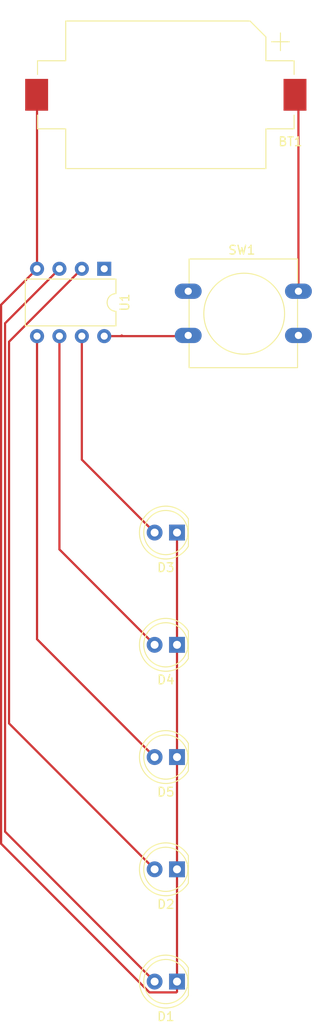
<source format=kicad_pcb>
(kicad_pcb (version 20171130) (host pcbnew "(5.0.2)-1")

  (general
    (thickness 1.6)
    (drawings 0)
    (tracks 28)
    (zones 0)
    (modules 8)
    (nets 10)
  )

  (page A4)
  (layers
    (0 F.Cu signal)
    (31 B.Cu signal)
    (32 B.Adhes user)
    (33 F.Adhes user)
    (34 B.Paste user)
    (35 F.Paste user)
    (36 B.SilkS user)
    (37 F.SilkS user)
    (38 B.Mask user)
    (39 F.Mask user)
    (40 Dwgs.User user)
    (41 Cmts.User user)
    (42 Eco1.User user)
    (43 Eco2.User user)
    (44 Edge.Cuts user)
    (45 Margin user)
    (46 B.CrtYd user)
    (47 F.CrtYd user)
    (48 B.Fab user)
    (49 F.Fab user)
  )

  (setup
    (last_trace_width 0.25)
    (trace_clearance 0.2)
    (zone_clearance 0.508)
    (zone_45_only no)
    (trace_min 0.2)
    (segment_width 0.2)
    (edge_width 0.15)
    (via_size 0.8)
    (via_drill 0.4)
    (via_min_size 0.4)
    (via_min_drill 0.3)
    (uvia_size 0.3)
    (uvia_drill 0.1)
    (uvias_allowed no)
    (uvia_min_size 0.2)
    (uvia_min_drill 0.1)
    (pcb_text_width 0.3)
    (pcb_text_size 1.5 1.5)
    (mod_edge_width 0.15)
    (mod_text_size 1 1)
    (mod_text_width 0.15)
    (pad_size 1.524 1.524)
    (pad_drill 0.762)
    (pad_to_mask_clearance 0.051)
    (solder_mask_min_width 0.25)
    (aux_axis_origin 0 0)
    (visible_elements FFFFFF7F)
    (pcbplotparams
      (layerselection 0x010fc_ffffffff)
      (usegerberextensions false)
      (usegerberattributes false)
      (usegerberadvancedattributes false)
      (creategerberjobfile false)
      (excludeedgelayer true)
      (linewidth 0.100000)
      (plotframeref false)
      (viasonmask false)
      (mode 1)
      (useauxorigin false)
      (hpglpennumber 1)
      (hpglpenspeed 20)
      (hpglpendiameter 15.000000)
      (psnegative false)
      (psa4output false)
      (plotreference true)
      (plotvalue true)
      (plotinvisibletext false)
      (padsonsilk false)
      (subtractmaskfromsilk false)
      (outputformat 1)
      (mirror false)
      (drillshape 1)
      (scaleselection 1)
      (outputdirectory ""))
  )

  (net 0 "")
  (net 1 "Net-(U1-Pad1)")
  (net 2 "Net-(D5-Pad2)")
  (net 3 "Net-(D2-Pad2)")
  (net 4 "Net-(D4-Pad2)")
  (net 5 "Net-(D1-Pad2)")
  (net 6 "Net-(D3-Pad2)")
  (net 7 GND)
  (net 8 "Net-(SW1-Pad2)")
  (net 9 "Net-(BT1-Pad1)")

  (net_class Default "This is the default net class."
    (clearance 0.2)
    (trace_width 0.25)
    (via_dia 0.8)
    (via_drill 0.4)
    (uvia_dia 0.3)
    (uvia_drill 0.1)
    (add_net GND)
    (add_net "Net-(BT1-Pad1)")
    (add_net "Net-(D1-Pad2)")
    (add_net "Net-(D2-Pad2)")
    (add_net "Net-(D3-Pad2)")
    (add_net "Net-(D4-Pad2)")
    (add_net "Net-(D5-Pad2)")
    (add_net "Net-(SW1-Pad2)")
    (add_net "Net-(U1-Pad1)")
  )

  (module Battery:BatteryHolder_Keystone_1060_1x2032 (layer F.Cu) (tedit 5B98EF5E) (tstamp 5C788583)
    (at 167.005 62.23 180)
    (descr http://www.keyelco.com/product-pdf.cfm?p=726)
    (tags "CR2032 BR2032 BatteryHolder Battery")
    (path /5C6C060B)
    (attr smd)
    (fp_text reference BT1 (at -14.125 -5.3 180) (layer F.SilkS)
      (effects (font (size 1 1) (thickness 0.15)))
    )
    (fp_text value 3.3 (at 0 -11.75 180) (layer F.Fab)
      (effects (font (size 1 1) (thickness 0.15)))
    )
    (fp_circle (center 0 0) (end -10.2 0) (layer Dwgs.User) (width 0.3))
    (fp_line (start 11 8) (end -9.4 8) (layer F.Fab) (width 0.1))
    (fp_line (start 11 -8) (end -11 -8) (layer F.Fab) (width 0.1))
    (fp_line (start 11 8) (end 11 3.5) (layer F.Fab) (width 0.1))
    (fp_line (start 11 -8) (end 11 -3.5) (layer F.Fab) (width 0.1))
    (fp_line (start -11 -8) (end -11 -3.5) (layer F.Fab) (width 0.1))
    (fp_line (start -11 6.4) (end -11 3.5) (layer F.Fab) (width 0.1))
    (fp_line (start -11 3.5) (end -14.2 3.5) (layer F.Fab) (width 0.1))
    (fp_line (start -14.2 3.5) (end -14.2 -3.5) (layer F.Fab) (width 0.1))
    (fp_line (start -14.2 -3.5) (end -11 -3.5) (layer F.Fab) (width 0.1))
    (fp_line (start 11 3.5) (end 14.2 3.5) (layer F.Fab) (width 0.1))
    (fp_line (start 14.2 3.5) (end 14.2 -3.5) (layer F.Fab) (width 0.1))
    (fp_line (start 14.2 -3.5) (end 11 -3.5) (layer F.Fab) (width 0.1))
    (fp_line (start -9.4 8) (end -11 6.4) (layer F.Fab) (width 0.1))
    (fp_line (start 11.35 3.85) (end 14.55 3.85) (layer F.SilkS) (width 0.12))
    (fp_line (start 14.55 3.85) (end 14.55 2.3) (layer F.SilkS) (width 0.12))
    (fp_line (start 11.35 8.35) (end 11.35 3.85) (layer F.SilkS) (width 0.12))
    (fp_line (start 11.35 8.35) (end -9.55 8.35) (layer F.SilkS) (width 0.12))
    (fp_line (start -11.35 6.55) (end -11.35 3.85) (layer F.SilkS) (width 0.12))
    (fp_line (start -9.55 8.35) (end -11.35 6.55) (layer F.SilkS) (width 0.12))
    (fp_line (start -11.35 3.85) (end -14.55 3.85) (layer F.SilkS) (width 0.12))
    (fp_line (start -14.55 3.85) (end -14.55 2.3) (layer F.SilkS) (width 0.12))
    (fp_line (start -11.35 -3.85) (end -14.55 -3.85) (layer F.SilkS) (width 0.12))
    (fp_line (start -14.55 -3.85) (end -14.55 -2.3) (layer F.SilkS) (width 0.12))
    (fp_line (start 11.35 -3.85) (end 14.55 -3.85) (layer F.SilkS) (width 0.12))
    (fp_line (start 14.55 -3.85) (end 14.55 -2.3) (layer F.SilkS) (width 0.12))
    (fp_line (start -11.35 -8.35) (end 11.35 -8.35) (layer F.SilkS) (width 0.12))
    (fp_line (start -11.35 -8.35) (end -11.35 -3.85) (layer F.SilkS) (width 0.12))
    (fp_line (start 11.35 -8.35) (end 11.35 -3.85) (layer F.SilkS) (width 0.12))
    (fp_arc (start 0 0) (end -6.5 8.5) (angle -74.81070976) (layer F.CrtYd) (width 0.05))
    (fp_line (start 11.5 8.5) (end 6.5 8.5) (layer F.CrtYd) (width 0.05))
    (fp_line (start -6.5 8.5) (end -11.5 8.5) (layer F.CrtYd) (width 0.05))
    (fp_line (start -11.5 4) (end -11.5 8.5) (layer F.CrtYd) (width 0.05))
    (fp_line (start -14.7 4) (end -11.5 4) (layer F.CrtYd) (width 0.05))
    (fp_line (start -14.7 4) (end -14.7 2.3) (layer F.CrtYd) (width 0.05))
    (fp_line (start -14.7 2.3) (end -16.45 2.3) (layer F.CrtYd) (width 0.05))
    (fp_line (start -16.45 2.3) (end -16.45 -2.3) (layer F.CrtYd) (width 0.05))
    (fp_line (start -14.7 -2.3) (end -16.45 -2.3) (layer F.CrtYd) (width 0.05))
    (fp_line (start -14.7 -2.3) (end -14.7 -4) (layer F.CrtYd) (width 0.05))
    (fp_line (start -14.7 -4) (end -11.5 -4) (layer F.CrtYd) (width 0.05))
    (fp_line (start -11.5 -4) (end -11.5 -8.5) (layer F.CrtYd) (width 0.05))
    (fp_line (start -11.5 -8.5) (end -6.5 -8.5) (layer F.CrtYd) (width 0.05))
    (fp_line (start 11.5 -8.5) (end 11.5 -4) (layer F.CrtYd) (width 0.05))
    (fp_line (start 11.5 -4) (end 14.7 -4) (layer F.CrtYd) (width 0.05))
    (fp_line (start 14.7 -4) (end 14.7 -2.3) (layer F.CrtYd) (width 0.05))
    (fp_line (start 14.7 -2.3) (end 16.45 -2.3) (layer F.CrtYd) (width 0.05))
    (fp_line (start 16.45 -2.3) (end 16.45 2.3) (layer F.CrtYd) (width 0.05))
    (fp_line (start 16.45 2.3) (end 14.7 2.3) (layer F.CrtYd) (width 0.05))
    (fp_line (start 14.7 2.3) (end 14.7 4) (layer F.CrtYd) (width 0.05))
    (fp_line (start 14.7 4) (end 11.5 4) (layer F.CrtYd) (width 0.05))
    (fp_line (start 11.5 4) (end 11.5 8.5) (layer F.CrtYd) (width 0.05))
    (fp_arc (start 0 0) (end 6.5 -8.5) (angle -74.81070976) (layer F.CrtYd) (width 0.05))
    (fp_line (start 11.5 -8.5) (end 6.5 -8.5) (layer F.CrtYd) (width 0.05))
    (fp_text user %R (at 0 0 180) (layer F.Fab)
      (effects (font (size 1 1) (thickness 0.15)))
    )
    (fp_line (start -13 5) (end -13 7) (layer F.SilkS) (width 0.12))
    (fp_line (start -12 6) (end -14 6) (layer F.SilkS) (width 0.12))
    (pad 2 smd rect (at 14.65 0) (size 2.6 3.6) (layers F.Cu F.Paste F.Mask)
      (net 7 GND))
    (pad 1 smd rect (at -14.65 0) (size 2.6 3.6) (layers F.Cu F.Paste F.Mask)
      (net 9 "Net-(BT1-Pad1)"))
    (model ${KISYS3DMOD}/Battery.3dshapes/BatteryHolder_Keystone_1060_1x2032.wrl
      (at (xyz 0 0 0))
      (scale (xyz 1 1 1))
      (rotate (xyz 0 0 0))
    )
  )

  (module Button_Switch_THT:SW_PUSH-12mm (layer F.Cu) (tedit 5A02FE31) (tstamp 5C788545)
    (at 169.545 84.455)
    (descr "SW PUSH 12mm https://www.e-switch.com/system/asset/product_line/data_sheet/143/TL1100.pdf")
    (tags "tact sw push 12mm")
    (path /5C6C4795)
    (fp_text reference SW1 (at 6.08 -4.66) (layer F.SilkS)
      (effects (font (size 1 1) (thickness 0.15)))
    )
    (fp_text value SW_Push (at 6.62 9.93) (layer F.Fab)
      (effects (font (size 1 1) (thickness 0.15)))
    )
    (fp_line (start 0.25 8.5) (end 12.25 8.5) (layer F.Fab) (width 0.1))
    (fp_line (start 0.25 -3.5) (end 12.25 -3.5) (layer F.Fab) (width 0.1))
    (fp_line (start 12.25 -3.5) (end 12.25 8.5) (layer F.Fab) (width 0.1))
    (fp_text user %R (at 6.35 2.54) (layer F.Fab)
      (effects (font (size 1 1) (thickness 0.15)))
    )
    (fp_line (start 0.1 -3.65) (end 12.4 -3.65) (layer F.SilkS) (width 0.12))
    (fp_line (start 12.4 0.93) (end 12.4 4.07) (layer F.SilkS) (width 0.12))
    (fp_line (start 12.4 8.65) (end 0.1 8.65) (layer F.SilkS) (width 0.12))
    (fp_line (start 0.1 -0.93) (end 0.1 -3.65) (layer F.SilkS) (width 0.12))
    (fp_line (start -1.77 -3.75) (end 14.25 -3.75) (layer F.CrtYd) (width 0.05))
    (fp_line (start -1.77 -3.75) (end -1.77 8.75) (layer F.CrtYd) (width 0.05))
    (fp_line (start 14.25 8.75) (end 14.25 -3.75) (layer F.CrtYd) (width 0.05))
    (fp_line (start 14.25 8.75) (end -1.77 8.75) (layer F.CrtYd) (width 0.05))
    (fp_circle (center 6.35 2.54) (end 10.16 5.08) (layer F.SilkS) (width 0.12))
    (fp_line (start 0.25 -3.5) (end 0.25 8.5) (layer F.Fab) (width 0.1))
    (fp_line (start 0.1 8.65) (end 0.1 5.93) (layer F.SilkS) (width 0.12))
    (fp_line (start 0.1 4.07) (end 0.1 0.93) (layer F.SilkS) (width 0.12))
    (fp_line (start 12.4 5.93) (end 12.4 8.65) (layer F.SilkS) (width 0.12))
    (fp_line (start 12.4 -3.65) (end 12.4 -0.93) (layer F.SilkS) (width 0.12))
    (pad 1 thru_hole oval (at 12.5 0) (size 3.048 1.7272) (drill 0.8128) (layers *.Cu *.Mask)
      (net 9 "Net-(BT1-Pad1)"))
    (pad 2 thru_hole oval (at 12.5 5) (size 3.048 1.7272) (drill 0.8128) (layers *.Cu *.Mask)
      (net 8 "Net-(SW1-Pad2)"))
    (pad 1 thru_hole oval (at 0 0) (size 3.048 1.7272) (drill 0.8128) (layers *.Cu *.Mask)
      (net 9 "Net-(BT1-Pad1)"))
    (pad 2 thru_hole oval (at 0 5) (size 3.048 1.7272) (drill 0.8128) (layers *.Cu *.Mask)
      (net 8 "Net-(SW1-Pad2)"))
    (model ${KISYS3DMOD}/Button_Switch_THT.3dshapes/SW_PUSH-12mm.wrl
      (at (xyz 0 0 0))
      (scale (xyz 1 1 1))
      (rotate (xyz 0 0 0))
    )
  )

  (module LED_THT:LED_D5.0mm (layer F.Cu) (tedit 5995936A) (tstamp 5C78852B)
    (at 168.275 137.16 180)
    (descr "LED, diameter 5.0mm, 2 pins, http://cdn-reichelt.de/documents/datenblatt/A500/LL-504BC2E-009.pdf")
    (tags "LED diameter 5.0mm 2 pins")
    (path /5C6BF2E4)
    (fp_text reference D5 (at 1.27 -3.96 180) (layer F.SilkS)
      (effects (font (size 1 1) (thickness 0.15)))
    )
    (fp_text value LED (at 1.27 3.96 180) (layer F.Fab)
      (effects (font (size 1 1) (thickness 0.15)))
    )
    (fp_arc (start 1.27 0) (end -1.23 -1.469694) (angle 299.1) (layer F.Fab) (width 0.1))
    (fp_arc (start 1.27 0) (end -1.29 -1.54483) (angle 148.9) (layer F.SilkS) (width 0.12))
    (fp_arc (start 1.27 0) (end -1.29 1.54483) (angle -148.9) (layer F.SilkS) (width 0.12))
    (fp_circle (center 1.27 0) (end 3.77 0) (layer F.Fab) (width 0.1))
    (fp_circle (center 1.27 0) (end 3.77 0) (layer F.SilkS) (width 0.12))
    (fp_line (start -1.23 -1.469694) (end -1.23 1.469694) (layer F.Fab) (width 0.1))
    (fp_line (start -1.29 -1.545) (end -1.29 1.545) (layer F.SilkS) (width 0.12))
    (fp_line (start -1.95 -3.25) (end -1.95 3.25) (layer F.CrtYd) (width 0.05))
    (fp_line (start -1.95 3.25) (end 4.5 3.25) (layer F.CrtYd) (width 0.05))
    (fp_line (start 4.5 3.25) (end 4.5 -3.25) (layer F.CrtYd) (width 0.05))
    (fp_line (start 4.5 -3.25) (end -1.95 -3.25) (layer F.CrtYd) (width 0.05))
    (fp_text user %R (at 1.25 0 180) (layer F.Fab)
      (effects (font (size 0.8 0.8) (thickness 0.2)))
    )
    (pad 1 thru_hole rect (at 0 0 180) (size 1.8 1.8) (drill 0.9) (layers *.Cu *.Mask)
      (net 7 GND))
    (pad 2 thru_hole circle (at 2.54 0 180) (size 1.8 1.8) (drill 0.9) (layers *.Cu *.Mask)
      (net 2 "Net-(D5-Pad2)"))
    (model ${KISYS3DMOD}/LED_THT.3dshapes/LED_D5.0mm.wrl
      (at (xyz 0 0 0))
      (scale (xyz 1 1 1))
      (rotate (xyz 0 0 0))
    )
  )

  (module LED_THT:LED_D5.0mm (layer F.Cu) (tedit 5995936A) (tstamp 5C789177)
    (at 168.275 124.46 180)
    (descr "LED, diameter 5.0mm, 2 pins, http://cdn-reichelt.de/documents/datenblatt/A500/LL-504BC2E-009.pdf")
    (tags "LED diameter 5.0mm 2 pins")
    (path /5C6BF2C8)
    (fp_text reference D4 (at 1.27 -3.96 180) (layer F.SilkS)
      (effects (font (size 1 1) (thickness 0.15)))
    )
    (fp_text value LED (at 1.27 3.96 180) (layer F.Fab)
      (effects (font (size 1 1) (thickness 0.15)))
    )
    (fp_text user %R (at 1.25 0 180) (layer F.Fab)
      (effects (font (size 0.8 0.8) (thickness 0.2)))
    )
    (fp_line (start 4.5 -3.25) (end -1.95 -3.25) (layer F.CrtYd) (width 0.05))
    (fp_line (start 4.5 3.25) (end 4.5 -3.25) (layer F.CrtYd) (width 0.05))
    (fp_line (start -1.95 3.25) (end 4.5 3.25) (layer F.CrtYd) (width 0.05))
    (fp_line (start -1.95 -3.25) (end -1.95 3.25) (layer F.CrtYd) (width 0.05))
    (fp_line (start -1.29 -1.545) (end -1.29 1.545) (layer F.SilkS) (width 0.12))
    (fp_line (start -1.23 -1.469694) (end -1.23 1.469694) (layer F.Fab) (width 0.1))
    (fp_circle (center 1.27 0) (end 3.77 0) (layer F.SilkS) (width 0.12))
    (fp_circle (center 1.27 0) (end 3.77 0) (layer F.Fab) (width 0.1))
    (fp_arc (start 1.27 0) (end -1.29 1.54483) (angle -148.9) (layer F.SilkS) (width 0.12))
    (fp_arc (start 1.27 0) (end -1.29 -1.54483) (angle 148.9) (layer F.SilkS) (width 0.12))
    (fp_arc (start 1.27 0) (end -1.23 -1.469694) (angle 299.1) (layer F.Fab) (width 0.1))
    (pad 2 thru_hole circle (at 2.54 0 180) (size 1.8 1.8) (drill 0.9) (layers *.Cu *.Mask)
      (net 4 "Net-(D4-Pad2)"))
    (pad 1 thru_hole rect (at 0 0 180) (size 1.8 1.8) (drill 0.9) (layers *.Cu *.Mask)
      (net 7 GND))
    (model ${KISYS3DMOD}/LED_THT.3dshapes/LED_D5.0mm.wrl
      (at (xyz 0 0 0))
      (scale (xyz 1 1 1))
      (rotate (xyz 0 0 0))
    )
  )

  (module LED_THT:LED_D5.0mm (layer F.Cu) (tedit 5995936A) (tstamp 5C788507)
    (at 168.275 111.76 180)
    (descr "LED, diameter 5.0mm, 2 pins, http://cdn-reichelt.de/documents/datenblatt/A500/LL-504BC2E-009.pdf")
    (tags "LED diameter 5.0mm 2 pins")
    (path /5C6BF2AA)
    (fp_text reference D3 (at 1.27 -3.96 180) (layer F.SilkS)
      (effects (font (size 1 1) (thickness 0.15)))
    )
    (fp_text value LED (at 1.27 3.96 180) (layer F.Fab)
      (effects (font (size 1 1) (thickness 0.15)))
    )
    (fp_arc (start 1.27 0) (end -1.23 -1.469694) (angle 299.1) (layer F.Fab) (width 0.1))
    (fp_arc (start 1.27 0) (end -1.29 -1.54483) (angle 148.9) (layer F.SilkS) (width 0.12))
    (fp_arc (start 1.27 0) (end -1.29 1.54483) (angle -148.9) (layer F.SilkS) (width 0.12))
    (fp_circle (center 1.27 0) (end 3.77 0) (layer F.Fab) (width 0.1))
    (fp_circle (center 1.27 0) (end 3.77 0) (layer F.SilkS) (width 0.12))
    (fp_line (start -1.23 -1.469694) (end -1.23 1.469694) (layer F.Fab) (width 0.1))
    (fp_line (start -1.29 -1.545) (end -1.29 1.545) (layer F.SilkS) (width 0.12))
    (fp_line (start -1.95 -3.25) (end -1.95 3.25) (layer F.CrtYd) (width 0.05))
    (fp_line (start -1.95 3.25) (end 4.5 3.25) (layer F.CrtYd) (width 0.05))
    (fp_line (start 4.5 3.25) (end 4.5 -3.25) (layer F.CrtYd) (width 0.05))
    (fp_line (start 4.5 -3.25) (end -1.95 -3.25) (layer F.CrtYd) (width 0.05))
    (fp_text user %R (at 1.25 0 180) (layer F.Fab)
      (effects (font (size 0.8 0.8) (thickness 0.2)))
    )
    (pad 1 thru_hole rect (at 0 0 180) (size 1.8 1.8) (drill 0.9) (layers *.Cu *.Mask)
      (net 7 GND))
    (pad 2 thru_hole circle (at 2.54 0 180) (size 1.8 1.8) (drill 0.9) (layers *.Cu *.Mask)
      (net 6 "Net-(D3-Pad2)"))
    (model ${KISYS3DMOD}/LED_THT.3dshapes/LED_D5.0mm.wrl
      (at (xyz 0 0 0))
      (scale (xyz 1 1 1))
      (rotate (xyz 0 0 0))
    )
  )

  (module LED_THT:LED_D5.0mm (layer F.Cu) (tedit 5995936A) (tstamp 5C7884F5)
    (at 168.275 149.86 180)
    (descr "LED, diameter 5.0mm, 2 pins, http://cdn-reichelt.de/documents/datenblatt/A500/LL-504BC2E-009.pdf")
    (tags "LED diameter 5.0mm 2 pins")
    (path /5C6BF276)
    (fp_text reference D2 (at 1.27 -3.96 180) (layer F.SilkS)
      (effects (font (size 1 1) (thickness 0.15)))
    )
    (fp_text value LED (at 1.27 3.96 180) (layer F.Fab)
      (effects (font (size 1 1) (thickness 0.15)))
    )
    (fp_text user %R (at 1.25 0 180) (layer F.Fab)
      (effects (font (size 0.8 0.8) (thickness 0.2)))
    )
    (fp_line (start 4.5 -3.25) (end -1.95 -3.25) (layer F.CrtYd) (width 0.05))
    (fp_line (start 4.5 3.25) (end 4.5 -3.25) (layer F.CrtYd) (width 0.05))
    (fp_line (start -1.95 3.25) (end 4.5 3.25) (layer F.CrtYd) (width 0.05))
    (fp_line (start -1.95 -3.25) (end -1.95 3.25) (layer F.CrtYd) (width 0.05))
    (fp_line (start -1.29 -1.545) (end -1.29 1.545) (layer F.SilkS) (width 0.12))
    (fp_line (start -1.23 -1.469694) (end -1.23 1.469694) (layer F.Fab) (width 0.1))
    (fp_circle (center 1.27 0) (end 3.77 0) (layer F.SilkS) (width 0.12))
    (fp_circle (center 1.27 0) (end 3.77 0) (layer F.Fab) (width 0.1))
    (fp_arc (start 1.27 0) (end -1.29 1.54483) (angle -148.9) (layer F.SilkS) (width 0.12))
    (fp_arc (start 1.27 0) (end -1.29 -1.54483) (angle 148.9) (layer F.SilkS) (width 0.12))
    (fp_arc (start 1.27 0) (end -1.23 -1.469694) (angle 299.1) (layer F.Fab) (width 0.1))
    (pad 2 thru_hole circle (at 2.54 0 180) (size 1.8 1.8) (drill 0.9) (layers *.Cu *.Mask)
      (net 3 "Net-(D2-Pad2)"))
    (pad 1 thru_hole rect (at 0 0 180) (size 1.8 1.8) (drill 0.9) (layers *.Cu *.Mask)
      (net 7 GND))
    (model ${KISYS3DMOD}/LED_THT.3dshapes/LED_D5.0mm.wrl
      (at (xyz 0 0 0))
      (scale (xyz 1 1 1))
      (rotate (xyz 0 0 0))
    )
  )

  (module LED_THT:LED_D5.0mm (layer F.Cu) (tedit 5995936A) (tstamp 5C789237)
    (at 168.275 162.56 180)
    (descr "LED, diameter 5.0mm, 2 pins, http://cdn-reichelt.de/documents/datenblatt/A500/LL-504BC2E-009.pdf")
    (tags "LED diameter 5.0mm 2 pins")
    (path /5C6BF1E4)
    (fp_text reference D1 (at 1.27 -3.96 180) (layer F.SilkS)
      (effects (font (size 1 1) (thickness 0.15)))
    )
    (fp_text value LED (at 1.27 3.96 180) (layer F.Fab)
      (effects (font (size 1 1) (thickness 0.15)))
    )
    (fp_arc (start 1.27 0) (end -1.23 -1.469694) (angle 299.1) (layer F.Fab) (width 0.1))
    (fp_arc (start 1.27 0) (end -1.29 -1.54483) (angle 148.9) (layer F.SilkS) (width 0.12))
    (fp_arc (start 1.27 0) (end -1.29 1.54483) (angle -148.9) (layer F.SilkS) (width 0.12))
    (fp_circle (center 1.27 0) (end 3.77 0) (layer F.Fab) (width 0.1))
    (fp_circle (center 1.27 0) (end 3.77 0) (layer F.SilkS) (width 0.12))
    (fp_line (start -1.23 -1.469694) (end -1.23 1.469694) (layer F.Fab) (width 0.1))
    (fp_line (start -1.29 -1.545) (end -1.29 1.545) (layer F.SilkS) (width 0.12))
    (fp_line (start -1.95 -3.25) (end -1.95 3.25) (layer F.CrtYd) (width 0.05))
    (fp_line (start -1.95 3.25) (end 4.5 3.25) (layer F.CrtYd) (width 0.05))
    (fp_line (start 4.5 3.25) (end 4.5 -3.25) (layer F.CrtYd) (width 0.05))
    (fp_line (start 4.5 -3.25) (end -1.95 -3.25) (layer F.CrtYd) (width 0.05))
    (fp_text user %R (at 2.469999 0.039999) (layer F.Fab)
      (effects (font (size 0.8 0.8) (thickness 0.2)))
    )
    (pad 1 thru_hole rect (at 0 0 180) (size 1.8 1.8) (drill 0.9) (layers *.Cu *.Mask)
      (net 7 GND))
    (pad 2 thru_hole circle (at 2.54 0 180) (size 1.8 1.8) (drill 0.9) (layers *.Cu *.Mask)
      (net 5 "Net-(D1-Pad2)"))
    (model ${KISYS3DMOD}/LED_THT.3dshapes/LED_D5.0mm.wrl
      (at (xyz 0 0 0))
      (scale (xyz 1 1 1))
      (rotate (xyz 0 0 0))
    )
  )

  (module Package_DIP:DIP-8_W7.62mm (layer F.Cu) (tedit 5A02E8C5) (tstamp 5C7884D1)
    (at 160.02 81.915 270)
    (descr "8-lead though-hole mounted DIP package, row spacing 7.62 mm (300 mils)")
    (tags "THT DIP DIL PDIP 2.54mm 7.62mm 300mil")
    (path /5C6BF796)
    (fp_text reference U1 (at 3.81 -2.33 270) (layer F.SilkS)
      (effects (font (size 1 1) (thickness 0.15)))
    )
    (fp_text value ATtiny85-20PU (at 3.81 9.95 270) (layer F.Fab)
      (effects (font (size 1 1) (thickness 0.15)))
    )
    (fp_arc (start 3.81 -1.33) (end 2.81 -1.33) (angle -180) (layer F.SilkS) (width 0.12))
    (fp_line (start 1.635 -1.27) (end 6.985 -1.27) (layer F.Fab) (width 0.1))
    (fp_line (start 6.985 -1.27) (end 6.985 8.89) (layer F.Fab) (width 0.1))
    (fp_line (start 6.985 8.89) (end 0.635 8.89) (layer F.Fab) (width 0.1))
    (fp_line (start 0.635 8.89) (end 0.635 -0.27) (layer F.Fab) (width 0.1))
    (fp_line (start 0.635 -0.27) (end 1.635 -1.27) (layer F.Fab) (width 0.1))
    (fp_line (start 2.81 -1.33) (end 1.16 -1.33) (layer F.SilkS) (width 0.12))
    (fp_line (start 1.16 -1.33) (end 1.16 8.95) (layer F.SilkS) (width 0.12))
    (fp_line (start 1.16 8.95) (end 6.46 8.95) (layer F.SilkS) (width 0.12))
    (fp_line (start 6.46 8.95) (end 6.46 -1.33) (layer F.SilkS) (width 0.12))
    (fp_line (start 6.46 -1.33) (end 4.81 -1.33) (layer F.SilkS) (width 0.12))
    (fp_line (start -1.1 -1.55) (end -1.1 9.15) (layer F.CrtYd) (width 0.05))
    (fp_line (start -1.1 9.15) (end 8.7 9.15) (layer F.CrtYd) (width 0.05))
    (fp_line (start 8.7 9.15) (end 8.7 -1.55) (layer F.CrtYd) (width 0.05))
    (fp_line (start 8.7 -1.55) (end -1.1 -1.55) (layer F.CrtYd) (width 0.05))
    (fp_text user %R (at 3.81 3.81 270) (layer F.Fab)
      (effects (font (size 1 1) (thickness 0.15)))
    )
    (pad 1 thru_hole rect (at 0 0 270) (size 1.6 1.6) (drill 0.8) (layers *.Cu *.Mask)
      (net 1 "Net-(U1-Pad1)"))
    (pad 5 thru_hole oval (at 7.62 7.62 270) (size 1.6 1.6) (drill 0.8) (layers *.Cu *.Mask)
      (net 2 "Net-(D5-Pad2)"))
    (pad 2 thru_hole oval (at 0 2.54 270) (size 1.6 1.6) (drill 0.8) (layers *.Cu *.Mask)
      (net 3 "Net-(D2-Pad2)"))
    (pad 6 thru_hole oval (at 7.62 5.08 270) (size 1.6 1.6) (drill 0.8) (layers *.Cu *.Mask)
      (net 4 "Net-(D4-Pad2)"))
    (pad 3 thru_hole oval (at 0 5.08 270) (size 1.6 1.6) (drill 0.8) (layers *.Cu *.Mask)
      (net 5 "Net-(D1-Pad2)"))
    (pad 7 thru_hole oval (at 7.62 2.54 270) (size 1.6 1.6) (drill 0.8) (layers *.Cu *.Mask)
      (net 6 "Net-(D3-Pad2)"))
    (pad 4 thru_hole oval (at 0 7.62 270) (size 1.6 1.6) (drill 0.8) (layers *.Cu *.Mask)
      (net 7 GND))
    (pad 8 thru_hole oval (at 7.62 0 270) (size 1.6 1.6) (drill 0.8) (layers *.Cu *.Mask)
      (net 8 "Net-(SW1-Pad2)"))
    (model ${KISYS3DMOD}/Package_DIP.3dshapes/DIP-8_W7.62mm.wrl
      (at (xyz 0 0 0))
      (scale (xyz 1 1 1))
      (rotate (xyz 0 0 0))
    )
  )

  (segment (start 152.4 123.825) (end 165.735 137.16) (width 0.25) (layer F.Cu) (net 2))
  (segment (start 152.4 89.535) (end 152.4 123.825) (width 0.25) (layer F.Cu) (net 2))
  (segment (start 164.835001 148.960001) (end 165.735 149.86) (width 0.25) (layer F.Cu) (net 3))
  (segment (start 149.225 133.35) (end 164.835001 148.960001) (width 0.25) (layer F.Cu) (net 3))
  (segment (start 149.225 90.17) (end 149.225 133.35) (width 0.25) (layer F.Cu) (net 3))
  (segment (start 157.48 81.915) (end 149.225 90.17) (width 0.25) (layer F.Cu) (net 3))
  (segment (start 154.94 113.665) (end 165.735 124.46) (width 0.25) (layer F.Cu) (net 4))
  (segment (start 154.94 89.535) (end 154.94 113.665) (width 0.25) (layer F.Cu) (net 4))
  (segment (start 164.835001 161.660001) (end 165.735 162.56) (width 0.25) (layer F.Cu) (net 5))
  (segment (start 148.774991 145.599991) (end 164.835001 161.660001) (width 0.25) (layer F.Cu) (net 5))
  (segment (start 148.774991 88.080009) (end 148.774991 145.599991) (width 0.25) (layer F.Cu) (net 5))
  (segment (start 154.94 81.915) (end 148.774991 88.080009) (width 0.25) (layer F.Cu) (net 5))
  (segment (start 157.48 103.505) (end 165.735 111.76) (width 0.25) (layer F.Cu) (net 6))
  (segment (start 157.48 89.535) (end 157.48 103.505) (width 0.25) (layer F.Cu) (net 6))
  (segment (start 152.4 62.275) (end 152.355 62.23) (width 0.25) (layer F.Cu) (net 7))
  (segment (start 152.4 81.915) (end 152.4 62.275) (width 0.25) (layer F.Cu) (net 7))
  (segment (start 168.275 163.71) (end 168.275 162.56) (width 0.25) (layer F.Cu) (net 7))
  (segment (start 168.199999 163.785001) (end 168.275 163.71) (width 0.25) (layer F.Cu) (net 7))
  (segment (start 165.146999 163.785001) (end 168.199999 163.785001) (width 0.25) (layer F.Cu) (net 7))
  (segment (start 148.324981 146.962983) (end 165.146999 163.785001) (width 0.25) (layer F.Cu) (net 7))
  (segment (start 148.324981 85.990019) (end 148.324981 146.962983) (width 0.25) (layer F.Cu) (net 7))
  (segment (start 152.4 81.915) (end 148.324981 85.990019) (width 0.25) (layer F.Cu) (net 7))
  (segment (start 168.275 162.56) (end 168.275 111.76) (width 0.25) (layer F.Cu) (net 7))
  (segment (start 162.005 89.455) (end 161.925 89.535) (width 0.25) (layer F.Cu) (net 8))
  (segment (start 169.465 89.535) (end 169.545 89.455) (width 0.25) (layer F.Cu) (net 8))
  (segment (start 160.02 89.535) (end 169.465 89.535) (width 0.25) (layer F.Cu) (net 8))
  (segment (start 182.045 62.62) (end 181.655 62.23) (width 0.25) (layer F.Cu) (net 9))
  (segment (start 182.045 84.455) (end 182.045 62.62) (width 0.25) (layer F.Cu) (net 9))

)

</source>
